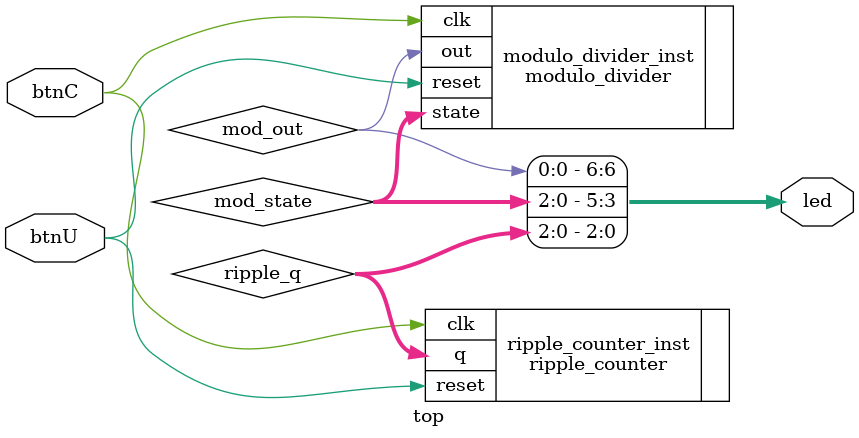
<source format=v>

module top(
    input        btnU,      
    input        btnC,       
    output [6:0] led         
);
    // Ripple counter outputs
    wire [2:0] ripple_q;

    // Modulo divider outputs
    wire [2:0] mod_state;
    wire       mod_out;

    // ripple counter
    ripple_counter ripple_counter_inst (
        .clk   (btnC),
        .reset (btnU),
        .q     (ripple_q)
    );

    // divider
    modulo_divider modulo_divider_inst (
        .clk   (btnC),
        .reset (btnU),
        .state (mod_state),
        .out   (mod_out)
    );

    // LED outputs
    assign led[0] = ripple_q[0];
    assign led[1] = ripple_q[1]; 
    assign led[2] = ripple_q[2]; 

    // LED outputs
    assign led[3] = mod_state[0];
    assign led[4] = mod_state[1]; 
    assign led[5] = mod_state[2]; 
    assign led[6] = mod_out;      

endmodule

</source>
